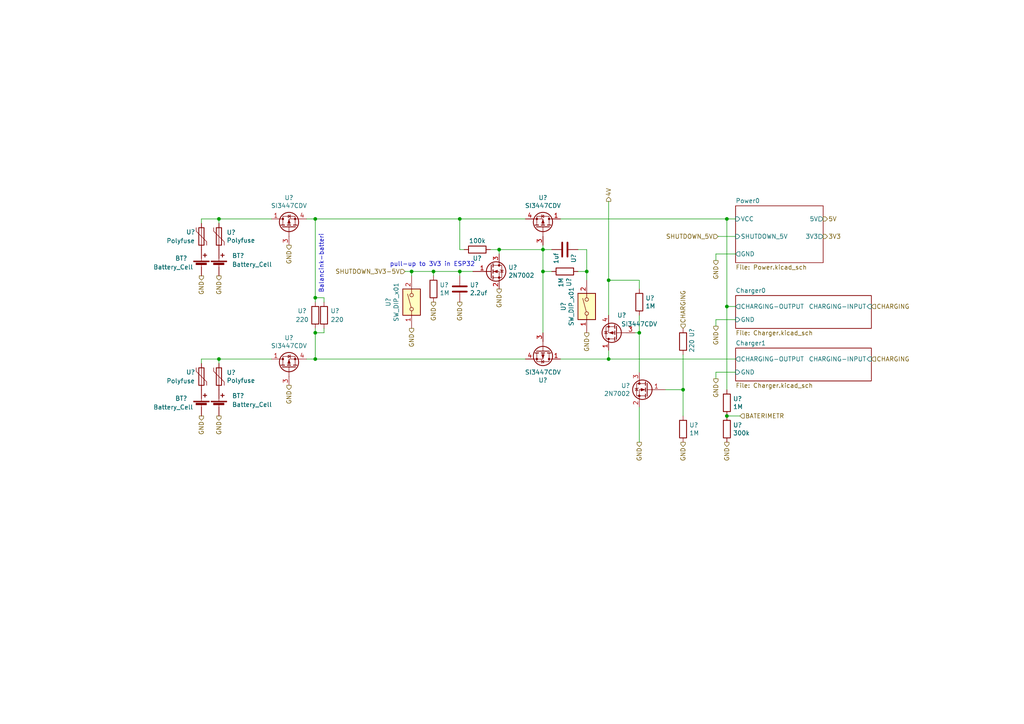
<source format=kicad_sch>
(kicad_sch (version 20211123) (generator eeschema)
  (paper "A4")
  (lib_symbols
    (symbol "B.B-rescue:2N7002-Transistor_FET-B.B-rescue-B.B-rescue" (pin_names (offset 0) hide)
      (property "Reference" "Q" (at 5.08 1.905 0))
      (property "Value" "2N7002-Transistor_FET-B.B-rescue-B.B-rescue" (at 5.08 0 0))
      (symbol "2N7002-Transistor_FET-B.B-rescue-B.B-rescue_0_1"
        (polyline (pts (xy 0.762 -1.778) (xy 2.54 -1.778)))
        (polyline (pts (xy 0.762 -1.27) (xy 0.762 -2.286)) (stroke (width 0.254)))
        (polyline (pts (xy 0.762 0) (xy 2.54 0)))
        (polyline (pts (xy 0.762 0.508) (xy 0.762 -0.508)) (stroke (width 0.254)))
        (polyline (pts (xy 0.762 1.778) (xy 2.54 1.778)))
        (polyline (pts (xy 0.762 2.286) (xy 0.762 1.27)) (stroke (width 0.254)))
        (polyline (pts (xy 2.54 -1.778) (xy 2.54 -2.54)))
        (polyline (pts (xy 2.54 -1.778) (xy 2.54 0)))
        (polyline (pts (xy 2.54 2.54) (xy 2.54 1.778)))
        (polyline (pts (xy 0.254 1.905) (xy 0.254 -1.905) (xy 0.254 -1.905)) (stroke (width 0.254)))
        (polyline (pts (xy 1.016 0) (xy 2.032 0.381) (xy 2.032 -0.381) (xy 1.016 0)) (fill (type outline)))
        (polyline (pts (xy 2.54 -1.778) (xy 3.302 -1.778) (xy 3.302 1.778) (xy 2.54 1.778)))
        (polyline (pts (xy 2.794 0.508) (xy 2.921 0.381) (xy 3.683 0.381) (xy 3.81 0.254)))
        (polyline (pts (xy 3.302 0.381) (xy 2.921 -0.254) (xy 3.683 -0.254) (xy 3.302 0.381)))
        (circle (center 1.651 0) (radius 2.8194) (stroke (width 0.254)))
        (circle (center 2.54 -1.778) (radius 0.2794) (fill (type outline)))
        (circle (center 2.54 1.778) (radius 0.2794) (fill (type outline)))
      )
      (symbol "2N7002-Transistor_FET-B.B-rescue-B.B-rescue_1_1"
        (pin input line (at -5.08 0 0) (length 5.334) (name "G") (number "1"))
        (pin passive line (at 2.54 -5.08 90) (length 2.54) (name "S") (number "2"))
        (pin passive line (at 2.54 5.08 270) (length 2.54) (name "D") (number "3"))
      )
    )
    (symbol "B.B-rescue:C-Device-B.B-rescue-B.B-rescue" (pin_numbers hide) (pin_names (offset 0.254))
      (property "Reference" "C" (at 0.635 2.54 0))
      (property "Value" "C-Device-B.B-rescue-B.B-rescue" (at 0.635 -2.54 0))
      (symbol "C-Device-B.B-rescue-B.B-rescue_0_1"
        (polyline (pts (xy -2.032 -0.762) (xy 2.032 -0.762)) (stroke (width 0.508)))
        (polyline (pts (xy -2.032 0.762) (xy 2.032 0.762)) (stroke (width 0.508)))
      )
      (symbol "C-Device-B.B-rescue-B.B-rescue_1_1"
        (pin passive line (at 0 3.81 270) (length 2.794) (name "~") (number "1"))
        (pin passive line (at 0 -3.81 90) (length 2.794) (name "~") (number "2"))
      )
    )
    (symbol "B.B-rescue:Polyfuse-Device-B.B-rescue-B.B-rescue" (pin_numbers hide) (pin_names (offset 0))
      (property "Reference" "F" (at -2.54 0 90))
      (property "Value" "Polyfuse-Device-B.B-rescue-B.B-rescue" (at 2.54 0 90))
      (symbol "Polyfuse-Device-B.B-rescue-B.B-rescue_0_1"
        (rectangle (start -0.762 2.54) (end 0.762 -2.54) (stroke (width 0.254)))
        (polyline (pts (xy 0 2.54) (xy 0 -2.54)))
        (polyline (pts (xy -1.524 2.54) (xy -1.524 1.524) (xy 1.524 -1.524) (xy 1.524 -2.54)))
      )
      (symbol "Polyfuse-Device-B.B-rescue-B.B-rescue_1_1"
        (pin passive line (at 0 3.81 270) (length 1.27) (name "~") (number "1"))
        (pin passive line (at 0 -3.81 90) (length 1.27) (name "~") (number "2"))
      )
    )
    (symbol "B.B-rescue:Q_PMOS_DSG-B.B-rescue-B.B-rescue" (pin_names (offset 0) hide)
      (property "Reference" "Q" (at 5.08 1.27 0))
      (property "Value" "Q_PMOS_DSG-B.B-rescue-B.B-rescue" (at 5.08 -1.27 0))
      (symbol "Q_PMOS_DSG-B.B-rescue-B.B-rescue_0_1"
        (polyline (pts (xy 0.254 0) (xy -2.54 0)))
        (polyline (pts (xy 0.254 1.905) (xy 0.254 -1.905)) (stroke (width 0.254)))
        (polyline (pts (xy 0.762 -1.27) (xy 0.762 -2.286)) (stroke (width 0.254)))
        (polyline (pts (xy 0.762 0.508) (xy 0.762 -0.508)) (stroke (width 0.254)))
        (polyline (pts (xy 0.762 2.286) (xy 0.762 1.27)) (stroke (width 0.254)))
        (polyline (pts (xy 2.54 2.54) (xy 2.54 1.778)))
        (polyline (pts (xy 2.54 -2.54) (xy 2.54 0) (xy 0.762 0)))
        (polyline (pts (xy 0.762 1.778) (xy 3.302 1.778) (xy 3.302 -1.778) (xy 0.762 -1.778)))
        (polyline (pts (xy 2.286 0) (xy 1.27 0.381) (xy 1.27 -0.381) (xy 2.286 0)) (fill (type outline)))
        (polyline (pts (xy 2.794 -0.508) (xy 2.921 -0.381) (xy 3.683 -0.381) (xy 3.81 -0.254)))
        (polyline (pts (xy 3.302 -0.381) (xy 2.921 0.254) (xy 3.683 0.254) (xy 3.302 -0.381)))
        (circle (center 1.651 0) (radius 2.794) (stroke (width 0.254)))
        (circle (center 2.54 -1.778) (radius 0.254) (fill (type outline)))
        (circle (center 2.54 1.778) (radius 0.254) (fill (type outline)))
      )
      (symbol "Q_PMOS_DSG-B.B-rescue-B.B-rescue_1_1"
        (pin passive line (at 2.54 5.08 270) (length 2.54) (name "D") (number "1"))
        (pin passive line (at 2.54 5.08 270) (length 2.54) hide (name "~") (number "2"))
        (pin input line (at -5.08 0 0) (length 2.54) (name "G") (number "3"))
        (pin passive line (at 2.54 -5.08 90) (length 2.54) (name "S") (number "4"))
        (pin passive line (at 2.54 5.08 270) (length 2.54) hide (name "~") (number "5"))
        (pin passive line (at 2.54 5.08 270) (length 2.54) hide (name "~") (number "6"))
      )
    )
    (symbol "B.B-rescue:R-Device-B.B-rescue-B.B-rescue" (pin_numbers hide) (pin_names (offset 0))
      (property "Reference" "R" (at 2.032 0 90))
      (property "Value" "R-Device-B.B-rescue-B.B-rescue" (at 0 0 90))
      (symbol "R-Device-B.B-rescue-B.B-rescue_0_1"
        (rectangle (start -1.016 -2.54) (end 1.016 2.54) (stroke (width 0.254)))
      )
      (symbol "R-Device-B.B-rescue-B.B-rescue_1_1"
        (pin passive line (at 0 3.81 270) (length 1.27) (name "~") (number "1"))
        (pin passive line (at 0 -3.81 90) (length 1.27) (name "~") (number "2"))
      )
    )
    (symbol "B.B-rescue:SW_DIP_x01-Switch-B.B-rescue-B.B-rescue" (pin_names (offset 0) hide)
      (property "Reference" "SW" (at 0 3.81 0))
      (property "Value" "SW_DIP_x01-Switch-B.B-rescue-B.B-rescue" (at 0 -3.81 0))
      (symbol "SW_DIP_x01-Switch-B.B-rescue-B.B-rescue_0_0"
        (circle (center -2.032 0) (radius 0.508))
        (polyline (pts (xy -1.524 0.127) (xy 2.3622 1.1684)))
        (circle (center 2.032 0) (radius 0.508))
      )
      (symbol "SW_DIP_x01-Switch-B.B-rescue-B.B-rescue_0_1"
        (rectangle (start -3.81 2.54) (end 3.81 -2.54) (stroke (width 0.254)) (fill (type background)))
      )
      (symbol "SW_DIP_x01-Switch-B.B-rescue-B.B-rescue_1_1"
        (pin passive line (at -7.62 0 0) (length 5.08) (name "~") (number "1"))
        (pin passive line (at 7.62 0 180) (length 5.08) (name "~") (number "2"))
      )
    )
    (symbol "Device:Battery_Cell" (pin_numbers hide) (pin_names (offset 0) hide)
      (property "Reference" "BT" (at 2.54 2.54 0))
      (property "Value" "Battery_Cell" (at 2.54 0 0))
      (symbol "Battery_Cell_0_1"
        (rectangle (start -2.286 1.778) (end 2.286 1.524) (fill (type outline)))
        (rectangle (start -1.5748 1.1938) (end 1.4732 0.6858) (fill (type outline)))
        (polyline (pts (xy 0 0.762) (xy 0 0)))
        (polyline (pts (xy 0 1.778) (xy 0 2.54)))
        (polyline (pts (xy 0.508 3.429) (xy 1.524 3.429)) (stroke (width 0.254)))
        (polyline (pts (xy 1.016 3.937) (xy 1.016 2.921)) (stroke (width 0.254)))
      )
      (symbol "Battery_Cell_1_1"
        (pin passive line (at 0 5.08 270) (length 2.54) (name "+") (number "1"))
        (pin passive line (at 0 -2.54 90) (length 2.54) (name "-") (number "2"))
      )
    )
  )
  (junction (at 91.44 96.52))
  (junction (at 185.42 96.52))
  (junction (at 157.48 78.74))
  (junction (at 133.35 78.74))
  (junction (at 91.44 104.14))
  (junction (at 91.44 86.36))
  (junction (at 170.18 78.74))
  (junction (at 176.53 104.14))
  (junction (at 119.38 78.74))
  (junction (at 125.73 78.74))
  (junction (at 144.78 72.39))
  (junction (at 63.5 104.14))
  (junction (at 91.44 63.5))
  (junction (at 133.35 63.5))
  (junction (at 210.82 63.5))
  (junction (at 63.5 63.5))
  (junction (at 176.53 81.28))
  (junction (at 157.48 72.39))
  (junction (at 198.12 113.03))
  (junction (at 210.82 120.65))
  (junction (at 210.82 88.9))
  (wire (pts (xy 63.5 104.14) (xy 78.74 104.14)))
  (wire (pts (xy 93.98 96.52) (xy 91.44 96.52)))
  (wire (pts (xy 93.98 87.63) (xy 93.98 86.36)))
  (wire (pts (xy 185.42 96.52) (xy 185.42 107.95)))
  (wire (pts (xy 93.98 95.25) (xy 93.98 96.52)))
  (wire (pts (xy 91.44 95.25) (xy 91.44 96.52)))
  (wire (pts (xy 184.15 96.52) (xy 185.42 96.52)))
  (wire (pts (xy 133.35 63.5) (xy 152.4 63.5)))
  (wire (pts (xy 117.475 78.74) (xy 119.38 78.74)))
  (wire (pts (xy 185.42 83.82) (xy 185.42 81.28)))
  (wire (pts (xy 193.04 113.03) (xy 198.12 113.03)))
  (wire (pts (xy 119.38 80.01) (xy 119.38 78.74)))
  (wire (pts (xy 63.5 105.41) (xy 63.5 104.14)))
  (wire (pts (xy 170.18 78.74) (xy 170.18 81.28)))
  (wire (pts (xy 176.53 81.28) (xy 176.53 91.44)))
  (wire (pts (xy 88.9 104.14) (xy 91.44 104.14)))
  (wire (pts (xy 162.56 104.14) (xy 176.53 104.14)))
  (wire (pts (xy 207.645 94.615) (xy 207.645 92.71)))
  (wire (pts (xy 91.44 86.36) (xy 91.44 87.63)))
  (wire (pts (xy 93.98 86.36) (xy 91.44 86.36)))
  (wire (pts (xy 142.24 72.39) (xy 144.78 72.39)))
  (wire (pts (xy 210.82 88.9) (xy 213.36 88.9)))
  (wire (pts (xy 63.5 64.77) (xy 63.5 63.5)))
  (wire (pts (xy 157.48 78.74) (xy 157.48 96.52)))
  (wire (pts (xy 207.645 75.565) (xy 207.645 73.66)))
  (wire (pts (xy 210.82 63.5) (xy 213.36 63.5)))
  (wire (pts (xy 198.12 102.87) (xy 198.12 113.03)))
  (wire (pts (xy 58.42 63.5) (xy 63.5 63.5)))
  (wire (pts (xy 157.48 72.39) (xy 157.48 78.74)))
  (wire (pts (xy 170.18 72.39) (xy 170.18 78.74)))
  (wire (pts (xy 176.53 58.42) (xy 176.53 81.28)))
  (wire (pts (xy 133.35 63.5) (xy 133.35 72.39)))
  (wire (pts (xy 207.645 92.71) (xy 213.36 92.71)))
  (wire (pts (xy 167.64 72.39) (xy 170.18 72.39)))
  (wire (pts (xy 88.9 63.5) (xy 91.44 63.5)))
  (wire (pts (xy 207.645 109.855) (xy 207.645 107.95)))
  (wire (pts (xy 157.48 72.39) (xy 160.02 72.39)))
  (wire (pts (xy 91.44 63.5) (xy 133.35 63.5)))
  (wire (pts (xy 207.645 73.66) (xy 213.36 73.66)))
  (wire (pts (xy 198.12 113.03) (xy 198.12 120.65)))
  (wire (pts (xy 58.42 64.77) (xy 58.42 63.5)))
  (wire (pts (xy 157.48 72.39) (xy 157.48 71.12)))
  (wire (pts (xy 185.42 91.44) (xy 185.42 96.52)))
  (wire (pts (xy 214.63 120.65) (xy 210.82 120.65)))
  (wire (pts (xy 144.78 72.39) (xy 157.48 72.39)))
  (wire (pts (xy 63.5 63.5) (xy 78.74 63.5)))
  (wire (pts (xy 133.35 78.74) (xy 133.35 80.01)))
  (wire (pts (xy 210.82 113.03) (xy 210.82 88.9)))
  (wire (pts (xy 91.44 63.5) (xy 91.44 86.36)))
  (wire (pts (xy 119.38 78.74) (xy 125.73 78.74)))
  (wire (pts (xy 144.78 73.66) (xy 144.78 72.39)))
  (wire (pts (xy 157.48 78.74) (xy 160.02 78.74)))
  (wire (pts (xy 91.44 96.52) (xy 91.44 104.14)))
  (wire (pts (xy 162.56 63.5) (xy 210.82 63.5)))
  (wire (pts (xy 210.82 88.9) (xy 210.82 63.5)))
  (wire (pts (xy 125.73 78.74) (xy 133.35 78.74)))
  (wire (pts (xy 137.16 78.74) (xy 133.35 78.74)))
  (wire (pts (xy 91.44 104.14) (xy 152.4 104.14)))
  (wire (pts (xy 133.35 72.39) (xy 134.62 72.39)))
  (wire (pts (xy 208.28 68.58) (xy 213.36 68.58)))
  (wire (pts (xy 58.42 104.14) (xy 63.5 104.14)))
  (wire (pts (xy 167.64 78.74) (xy 170.18 78.74)))
  (wire (pts (xy 176.53 101.6) (xy 176.53 104.14)))
  (wire (pts (xy 176.53 104.14) (xy 213.36 104.14)))
  (wire (pts (xy 185.42 81.28) (xy 176.53 81.28)))
  (wire (pts (xy 207.645 107.95) (xy 213.36 107.95)))
  (wire (pts (xy 125.73 80.01) (xy 125.73 78.74)))
  (wire (pts (xy 58.42 105.41) (xy 58.42 104.14)))
  (wire (pts (xy 185.42 128.27) (xy 185.42 118.11)))
  (text "Balancink-batteri" (at 93.98 85.09 90) (effects (font (size 1.27 1.27)) (justify left bottom)))
  (text "pull-up to 3V3 in ESP32" (at 113.03 77.47 0) (effects (font (size 1.27 1.27)) (justify left bottom)))
  (hierarchical_label "GND" (shape output) (at 144.78 83.82 270))
  (hierarchical_label "GND" (shape output) (at 133.35 87.63 270))
  (hierarchical_label "SHUTDOWN_5V" (shape input) (at 208.28 68.58 180))
  (hierarchical_label "3V3" (shape output) (at 238.76 68.58 0))
  (hierarchical_label "SHUTDOWN_3V3-5V" (shape input) (at 117.475 78.74 180))
  (hierarchical_label "GND" (shape output) (at 119.38 95.25 270))
  (hierarchical_label "GND" (shape output) (at 198.12 128.27 270))
  (hierarchical_label "4V" (shape output) (at 176.53 58.42 90))
  (hierarchical_label "GND" (shape output) (at 207.645 109.855 270))
  (hierarchical_label "GND" (shape output) (at 185.42 128.27 270))
  (hierarchical_label "GND" (shape output) (at 58.42 120.65 270))
  (hierarchical_label "CHARGING" (shape input) (at 252.73 88.9 0))
  (hierarchical_label "GND" (shape output) (at 63.5 80.01 270))
  (hierarchical_label "GND" (shape output) (at 207.645 75.565 270))
  (hierarchical_label "GND" (shape output) (at 58.42 80.01 270))
  (hierarchical_label "GND" (shape output) (at 83.82 111.76 270))
  (hierarchical_label "GND" (shape output) (at 83.82 71.12 270))
  (hierarchical_label "GND" (shape output) (at 63.5 120.65 270))
  (hierarchical_label "CHARGING" (shape input) (at 198.12 95.25 90))
  (hierarchical_label "GND" (shape output) (at 170.18 96.52 270))
  (hierarchical_label "BATERIMETR" (shape input) (at 214.63 120.65 0))
  (hierarchical_label "GND" (shape output) (at 210.82 128.27 270))
  (hierarchical_label "5V" (shape output) (at 238.76 63.5 0))
  (hierarchical_label "GND" (shape output) (at 125.73 87.63 270))
  (hierarchical_label "CHARGING" (shape input) (at 252.73 104.14 0))
  (hierarchical_label "GND" (shape output) (at 207.645 94.615 270))
  (symbol (lib_id "B.B-rescue:R-Device-B.B-rescue-B.B-rescue") (at 185.42 87.63 0) (unit 1)
    (property "Reference" "U?" (at 187.198 86.4616 0) (effects (justify left)))
    (property "Value" "1M" (at 187.198 88.773 0) (effects (justify left)))
    (property "Footprint" "Resistor_SMD:R_0402_1005Metric" (effects hide))
    (property "LCSC" "C26083" (effects hide))
  )
  (symbol (lib_id "B.B-rescue:R-Device-B.B-rescue-B.B-rescue") (at 125.73 83.82 0) (unit 1)
    (property "Reference" "U?" (at 127.508 82.6516 0) (effects (justify left)))
    (property "Value" "1M" (at 127.508 84.963 0) (effects (justify left)))
    (property "Footprint" "Resistor_SMD:R_0402_1005Metric" (effects hide))
    (property "LCSC" "C26083" (effects hide))
  )
  (symbol (lib_id "Device:Battery_Cell") (at 63.5 118.11 0) (unit 1)
    (property "Reference" "BT?" (at 67.31 114.8079 0) (effects (justify left)))
    (property "Value" "Battery_Cell" (at 67.31 117.3479 0) (effects (justify left)))
  )
  (symbol (lib_id "B.B-rescue:R-Device-B.B-rescue-B.B-rescue") (at 210.82 124.46 0) (unit 1)
    (property "Reference" "U?" (at 212.598 123.2916 0) (effects (justify left)))
    (property "Value" "300k" (at 212.598 125.603 0) (effects (justify left)))
    (property "Footprint" "Capacitor_SMD:C_0402_1005Metric" (effects hide))
    (property "LCSC" "C25774" (effects hide))
  )
  (symbol (lib_id "B.B-rescue:R-Device-B.B-rescue-B.B-rescue") (at 91.44 91.44 0) (unit 1)
    (property "Reference" "U?" (at 87.63 90.17 0))
    (property "Value" "220" (at 87.63 92.71 0))
    (property "Footprint" "Resistor_SMD:R_0402_1005Metric" (effects hide))
    (property "LCSC" "C25092" (effects hide))
  )
  (symbol (lib_id "B.B-rescue:Polyfuse-Device-B.B-rescue-B.B-rescue") (at 58.42 68.58 0) (unit 1)
    (property "Reference" "U?" (at 53.975 67.31 0) (effects (justify left)))
    (property "Value" "Polyfuse" (at 48.26 69.85 0) (effects (justify left)))
    (property "Footprint" "Inductor_SMD:L_1206_3216Metric" (effects hide))
    (property "LCSC" "C20988" (effects hide))
  )
  (symbol (lib_id "B.B-rescue:2N7002-Transistor_FET-B.B-rescue-B.B-rescue") (at 187.96 113.03 0) (mirror y) (unit 1)
    (property "Reference" "U?" (at 182.7784 111.8616 0) (effects (justify left)))
    (property "Value" "2N7002" (at 182.7784 114.173 0) (effects (justify left)))
    (property "Footprint" "Package_TO_SOT_SMD:SOT-23" (effects hide))
    (property "Datasheet" "https://datasheet.lcsc.com/szlcsc/Changjiang-Electronics-Tech-CJ-CJ3134K_C110100.pdf" (effects hide))
    (property "LCSC" "C8545" (effects hide))
    (property "JLCPCB_CORRECTION" "0;0;180" (effects hide))
  )
  (symbol (lib_id "B.B-rescue:R-Device-B.B-rescue-B.B-rescue") (at 198.12 99.06 0) (unit 1)
    (property "Reference" "U?" (at 200.66 96.52 90))
    (property "Value" "220" (at 200.66 100.33 90))
    (property "Footprint" "Resistor_SMD:R_0402_1005Metric" (effects hide))
    (property "LCSC" "C25092" (effects hide))
  )
  (symbol (lib_id "B.B-rescue:Polyfuse-Device-B.B-rescue-B.B-rescue") (at 63.5 68.58 0) (unit 1)
    (property "Reference" "U?" (at 65.7352 67.4116 0) (effects (justify left)))
    (property "Value" "Polyfuse" (at 65.7352 69.723 0) (effects (justify left)))
    (property "Footprint" "Inductor_SMD:L_1206_3216Metric" (effects hide))
    (property "LCSC" "C20988" (effects hide))
  )
  (symbol (lib_id "B.B-rescue:SW_DIP_x01-Switch-B.B-rescue-B.B-rescue") (at 170.18 88.9 90) (unit 1)
    (property "Reference" "U?" (at 163.3982 88.9 0))
    (property "Value" "SW_DIP_x01" (at 165.7096 88.9 0))
    (property "Footprint" "Button_Switch_SMD:SW_Push_1P1T_NO_CK_KSC6xxJ" (effects hide))
    (property "Datasheet" "https://datasheet.lcsc.com/szlcsc/XKB-TS-1187A-C-C-A_C318889.pdf" (effects hide))
    (property "LCSC" "C318889" (effects hide))
  )
  (symbol (lib_id "B.B-rescue:C-Device-B.B-rescue-B.B-rescue") (at 133.35 83.82 0) (unit 1)
    (property "Reference" "U?" (at 136.271 82.6516 0) (effects (justify left)))
    (property "Value" "2.2uf" (at 136.271 84.963 0) (effects (justify left)))
    (property "Footprint" "Capacitor_SMD:C_0805_2012Metric" (effects hide))
    (property "LCSC" "C49217" (effects hide))
  )
  (symbol (lib_id "B.B-rescue:Polyfuse-Device-B.B-rescue-B.B-rescue") (at 63.5 109.22 0) (unit 1)
    (property "Reference" "U?" (at 65.7352 108.0516 0) (effects (justify left)))
    (property "Value" "Polyfuse" (at 65.7352 110.363 0) (effects (justify left)))
    (property "Footprint" "Inductor_SMD:L_1206_3216Metric" (effects hide))
    (property "LCSC" "C20988" (effects hide))
  )
  (symbol (lib_id "B.B-rescue:2N7002-Transistor_FET-B.B-rescue-B.B-rescue") (at 142.24 78.74 0) (unit 1)
    (property "Reference" "U?" (at 147.4216 77.5716 0) (effects (justify left)))
    (property "Value" "2N7002" (at 147.4216 79.883 0) (effects (justify left)))
    (property "Footprint" "Package_TO_SOT_SMD:SOT-23" (effects hide))
    (property "Datasheet" "https://datasheet.lcsc.com/szlcsc/Changjiang-Electronics-Tech-CJ-CJ3134K_C110100.pdf" (effects hide))
    (property "LCSC" "C8545" (effects hide))
    (property "JLCPCB_CORRECTION" "0;0;180" (effects hide))
  )
  (symbol (lib_id "B.B-rescue:R-Device-B.B-rescue-B.B-rescue") (at 93.98 91.44 0) (unit 1)
    (property "Reference" "U?" (at 97.155 90.17 0))
    (property "Value" "220" (at 97.79 92.71 0))
    (property "Footprint" "Resistor_SMD:R_0402_1005Metric" (effects hide))
    (property "LCSC" "C25092" (effects hide))
  )
  (symbol (lib_id "B.B-rescue:Q_PMOS_DSG-B.B-rescue-B.B-rescue") (at 83.82 66.04 90) (unit 1)
    (property "Reference" "U?" (at 83.82 57.3532 90))
    (property "Value" "SI3447CDV" (at 83.82 59.6646 90))
    (property "Footprint" "BB:TSOP-6_1.5x3.0x0.95P" (effects hide))
    (property "Datasheet" "https://datasheet.lcsc.com/szlcsc/Vishay-Intertech-SI3447CDV-T1-E3_C145421.pdf" (effects hide))
    (property "LCSC" "C144884" (effects hide))
  )
  (symbol (lib_id "B.B-rescue:Q_PMOS_DSG-B.B-rescue-B.B-rescue") (at 179.07 96.52 180) (unit 1)
    (property "Reference" "U?" (at 180.34 91.44 0))
    (property "Value" "SI3447CDV" (at 185.42 93.98 0))
    (property "Footprint" "BB:TSOP-6_1.5x3.0x0.95P" (effects hide))
    (property "Datasheet" "https://datasheet.lcsc.com/szlcsc/Vishay-Intertech-SI3447CDV-T1-E3_C145421.pdf" (effects hide))
    (property "LCSC" "C144884" (effects hide))
  )
  (symbol (lib_id "B.B-rescue:Q_PMOS_DSG-B.B-rescue-B.B-rescue") (at 157.48 66.04 270) (mirror x) (unit 1)
    (property "Reference" "U?" (at 157.48 57.3532 90))
    (property "Value" "SI3447CDV" (at 157.48 59.6646 90))
    (property "Footprint" "BB:TSOP-6_1.5x3.0x0.95P" (effects hide))
    (property "Datasheet" "https://datasheet.lcsc.com/szlcsc/Vishay-Intertech-SI3447CDV-T1-E3_C145421.pdf" (effects hide))
    (property "LCSC" "C144884" (effects hide))
  )
  (symbol (lib_id "B.B-rescue:C-Device-B.B-rescue-B.B-rescue") (at 163.83 72.39 90) (unit 1)
    (property "Reference" "U?" (at 166.37 74.93 0))
    (property "Value" "1uf" (at 161.29 74.93 0))
    (property "Footprint" "Capacitor_SMD:C_0402_1005Metric" (effects hide))
    (property "LCSC" "C52923" (effects hide))
  )
  (symbol (lib_id "Device:Battery_Cell") (at 63.5 77.47 0) (unit 1)
    (property "Reference" "BT?" (at 67.31 74.1679 0) (effects (justify left)))
    (property "Value" "Battery_Cell" (at 67.31 76.7079 0) (effects (justify left)))
  )
  (symbol (lib_id "B.B-rescue:R-Device-B.B-rescue-B.B-rescue") (at 198.12 124.46 0) (unit 1)
    (property "Reference" "U?" (at 199.898 123.2916 0) (effects (justify left)))
    (property "Value" "1M" (at 199.898 125.603 0) (effects (justify left)))
    (property "Footprint" "Resistor_SMD:R_0402_1005Metric" (effects hide))
    (property "LCSC" "C26083" (effects hide))
  )
  (symbol (lib_id "B.B-rescue:Q_PMOS_DSG-B.B-rescue-B.B-rescue") (at 83.82 106.68 90) (unit 1)
    (property "Reference" "U?" (at 83.82 97.9932 90))
    (property "Value" "SI3447CDV" (at 83.82 100.3046 90))
    (property "Footprint" "BB:TSOP-6_1.5x3.0x0.95P" (effects hide))
    (property "Datasheet" "https://datasheet.lcsc.com/szlcsc/Vishay-Intertech-SI3447CDV-T1-E3_C145421.pdf" (effects hide))
    (property "LCSC" "C144884" (effects hide))
  )
  (symbol (lib_id "B.B-rescue:R-Device-B.B-rescue-B.B-rescue") (at 163.83 78.74 270) (unit 1)
    (property "Reference" "U?" (at 164.9984 80.518 0) (effects (justify left)))
    (property "Value" "1M" (at 162.687 80.518 0) (effects (justify left)))
    (property "Footprint" "Resistor_SMD:R_0402_1005Metric" (effects hide))
    (property "LCSC" "C26083" (effects hide))
  )
  (symbol (lib_id "B.B-rescue:SW_DIP_x01-Switch-B.B-rescue-B.B-rescue") (at 119.38 87.63 90) (unit 1)
    (property "Reference" "U?" (at 112.5982 87.63 0))
    (property "Value" "SW_DIP_x01" (at 114.9096 87.63 0))
    (property "Footprint" "Button_Switch_SMD:SW_Push_1P1T_NO_CK_KSC6xxJ" (effects hide))
    (property "Datasheet" "https://datasheet.lcsc.com/szlcsc/XKB-TS-1187A-C-C-A_C318889.pdf" (effects hide))
    (property "LCSC" "C318889" (effects hide))
  )
  (symbol (lib_id "B.B-rescue:R-Device-B.B-rescue-B.B-rescue") (at 210.82 116.84 0) (unit 1)
    (property "Reference" "U?" (at 212.598 115.6716 0) (effects (justify left)))
    (property "Value" "1M" (at 212.598 117.983 0) (effects (justify left)))
    (property "Footprint" "Resistor_SMD:R_0402_1005Metric" (effects hide))
    (property "LCSC" "C26083" (effects hide))
  )
  (symbol (lib_id "B.B-rescue:Polyfuse-Device-B.B-rescue-B.B-rescue") (at 58.42 109.22 0) (unit 1)
    (property "Reference" "U?" (at 53.975 107.95 0) (effects (justify left)))
    (property "Value" "Polyfuse" (at 48.26 110.49 0) (effects (justify left)))
    (property "Footprint" "Inductor_SMD:L_1206_3216Metric" (effects hide))
    (property "LCSC" "C20988" (effects hide))
  )
  (symbol (lib_id "Device:Battery_Cell") (at 58.42 77.47 0) (unit 1)
    (property "Reference" "BT?" (at 50.8 74.93 0) (effects (justify left)))
    (property "Value" "Battery_Cell" (at 44.45 77.47 0) (effects (justify left)))
  )
  (symbol (lib_id "B.B-rescue:R-Device-B.B-rescue-B.B-rescue") (at 138.43 72.39 270) (unit 1)
    (property "Reference" "U?" (at 138.43 74.93 90))
    (property "Value" "100k" (at 138.43 69.85 90))
    (property "Footprint" "Resistor_SMD:R_0402_1005Metric" (effects hide))
    (property "LCSC" "C25741" (effects hide))
  )
  (symbol (lib_id "B.B-rescue:Q_PMOS_DSG-B.B-rescue-B.B-rescue") (at 157.48 101.6 270) (unit 1)
    (property "Reference" "U?" (at 157.48 110.2868 90))
    (property "Value" "SI3447CDV" (at 157.48 107.9754 90))
    (property "Footprint" "BB:TSOP-6_1.5x3.0x0.95P" (effects hide))
    (property "Datasheet" "https://datasheet.lcsc.com/szlcsc/Vishay-Intertech-SI3447CDV-T1-E3_C145421.pdf" (effects hide))
    (property "LCSC" "C144884" (effects hide))
  )
  (symbol (lib_id "Device:Battery_Cell") (at 58.42 118.11 0) (unit 1)
    (property "Reference" "BT?" (at 50.8 115.57 0) (effects (justify left)))
    (property "Value" "Battery_Cell" (at 44.45 118.11 0) (effects (justify left)))
  )
  (sheet (at 213.36 100.965) (size 39.37 9.525) (stroke (width 0.1524))
    (property "Sheet name" "Charger1" (at 213.36 100.2534 0) (effects (justify left bottom)))
    (property "Sheet file" "Charger.kicad_sch" (at 213.36 111.0746 0) (effects (justify left top)))
    (pin "GND" input (at 213.36 107.95 180))
    (pin "CHARGING-INPUT" input (at 252.73 104.14 0))
    (pin "CHARGING-OUTPUT" output (at 213.36 104.14 180))
  )
  (sheet (at 213.36 85.725) (size 39.37 9.525) (stroke (width 0.1524))
    (property "Sheet name" "Charger0" (at 213.36 85.0134 0) (effects (justify left bottom)))
    (property "Sheet file" "Charger.kicad_sch" (at 213.36 95.8346 0) (effects (justify left top)))
    (pin "GND" input (at 213.36 92.71 180))
    (pin "CHARGING-INPUT" input (at 252.73 88.9 0))
    (pin "CHARGING-OUTPUT" output (at 213.36 88.9 180))
  )
  (sheet (at 213.36 59.69) (size 25.4 16.51) (stroke (width 0.1524))
    (property "Sheet name" "Power0" (at 213.36 58.9784 0) (effects (justify left bottom)))
    (property "Sheet file" "Power.kicad_sch" (at 213.36 76.7846 0) (effects (justify left top)))
    (pin "5V" output (at 238.76 63.5 0))
    (pin "3V3" output (at 238.76 68.58 0))
    (pin "GND" output (at 213.36 73.66 180))
    (pin "SHUTDOWN_5V" input (at 213.36 68.58 180))
    (pin "VCC" input (at 213.36 63.5 180))
  )
)
</source>
